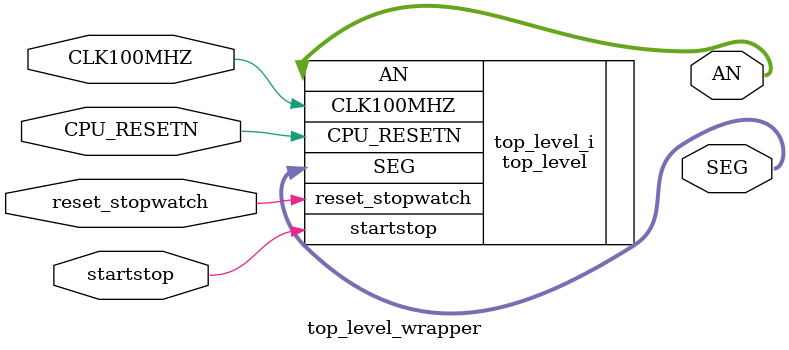
<source format=v>
`timescale 1 ps / 1 ps

module top_level_wrapper
   (AN,
    CLK100MHZ,
    CPU_RESETN,
    SEG,
    reset_stopwatch,
    startstop);
  output [7:0]AN;
  input CLK100MHZ;
  input CPU_RESETN;
  output [7:0]SEG;
  input reset_stopwatch;
  input startstop;

  wire [7:0]AN;
  wire CLK100MHZ;
  wire CPU_RESETN;
  wire [7:0]SEG;
  wire reset_stopwatch;
  wire startstop;

  top_level top_level_i
       (.AN(AN),
        .CLK100MHZ(CLK100MHZ),
        .CPU_RESETN(CPU_RESETN),
        .SEG(SEG),
        .reset_stopwatch(reset_stopwatch),
        .startstop(startstop));
endmodule

</source>
